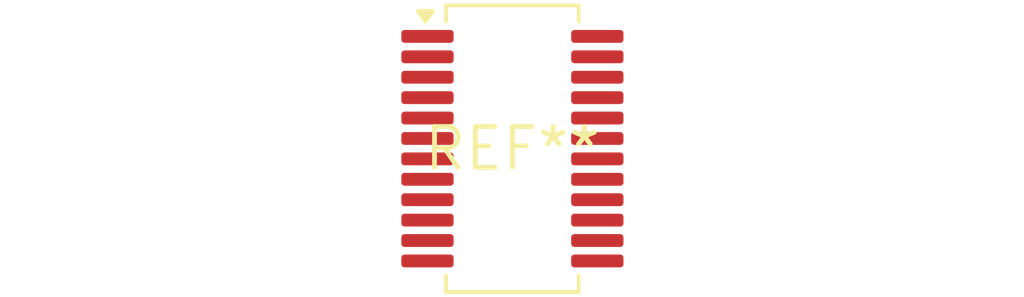
<source format=kicad_pcb>
(kicad_pcb (version 20240108) (generator pcbnew)
  (layers (0 "F.Cu" signal) (31 "B.Cu" signal) (34 "B.Paste" user) (35 "F.Paste" user) (36 "B.SilkS" user "B.Silkscreen") (37 "F.SilkS" user "F.Silkscreen") (38 "B.Mask" user) (39 "F.Mask" user) (44 "Edge.Cuts" user))
  (net 0 "")
  (footprint "QSOP-24_3.9x8.7mm_P0.635mm" (layer "F.Cu") (at 0 0)
    (property "Reference" "REF**")
    (property "Value" "QSOP-24_3.9x8.7mm_P0.635mm")
    (fp_line (start -2.06 -4.46) (end -2.06 -3.9525) (layer "F.SilkS") (stroke (width 0.12)))
    (fp_line (start -2.06 4.46) (end -2.06 3.9525) (layer "F.SilkS") (stroke (width 0.12)))
    (fp_line (start 0 -4.46) (end -2.06 -4.46) (layer "F.SilkS") (stroke (width 0.12)))
    (fp_line (start 0 -4.46) (end 2.06 -4.46) (layer "F.SilkS") (stroke (width 0.12)))
    (fp_line (start 0 4.46) (end -2.06 4.46) (layer "F.SilkS") (stroke (width 0.12)))
    (fp_line (start 0 4.46) (end 2.06 4.46) (layer "F.SilkS") (stroke (width 0.12)))
    (fp_line (start 2.06 -4.46) (end 2.06 -3.9525) (layer "F.SilkS") (stroke (width 0.12)))
    (fp_line (start 2.06 4.46) (end 2.06 3.9525) (layer "F.SilkS") (stroke (width 0.12)))
    (fp_poly (pts (xy -2.7 -3.9525) (xy -2.94 -4.2825) (xy -2.46 -4.2825) (xy -2.7 -3.9525)) (layer "F.SilkS") (stroke (width 0.12)) (fill solid))
    (pad "1" smd roundrect (at -2.6375 -3.4925) (size 1.625 0.4) (layers "F.Cu" "F.Paste" "F.Mask"))
    (pad "2" smd roundrect (at -2.6375 -2.8575) (size 1.625 0.4) (layers "F.Cu" "F.Paste" "F.Mask"))
    (pad "3" smd roundrect (at -2.6375 -2.2225) (size 1.625 0.4) (layers "F.Cu" "F.Paste" "F.Mask"))
    (pad "4" smd roundrect (at -2.6375 -1.5875) (size 1.625 0.4) (layers "F.Cu" "F.Paste" "F.Mask"))
    (pad "5" smd roundrect (at -2.6375 -0.9525) (size 1.625 0.4) (layers "F.Cu" "F.Paste" "F.Mask"))
    (pad "6" smd roundrect (at -2.6375 -0.3175) (size 1.625 0.4) (layers "F.Cu" "F.Paste" "F.Mask"))
    (pad "7" smd roundrect (at -2.6375 0.3175) (size 1.625 0.4) (layers "F.Cu" "F.Paste" "F.Mask"))
    (pad "8" smd roundrect (at -2.6375 0.9525) (size 1.625 0.4) (layers "F.Cu" "F.Paste" "F.Mask"))
    (pad "9" smd roundrect (at -2.6375 1.5875) (size 1.625 0.4) (layers "F.Cu" "F.Paste" "F.Mask"))
    (pad "10" smd roundrect (at -2.6375 2.2225) (size 1.625 0.4) (layers "F.Cu" "F.Paste" "F.Mask"))
    (pad "11" smd roundrect (at -2.6375 2.8575) (size 1.625 0.4) (layers "F.Cu" "F.Paste" "F.Mask"))
    (pad "12" smd roundrect (at -2.6375 3.4925) (size 1.625 0.4) (layers "F.Cu" "F.Paste" "F.Mask"))
    (pad "13" smd roundrect (at 2.6375 3.4925) (size 1.625 0.4) (layers "F.Cu" "F.Paste" "F.Mask"))
    (pad "14" smd roundrect (at 2.6375 2.8575) (size 1.625 0.4) (layers "F.Cu" "F.Paste" "F.Mask"))
    (pad "15" smd roundrect (at 2.6375 2.2225) (size 1.625 0.4) (layers "F.Cu" "F.Paste" "F.Mask"))
    (pad "16" smd roundrect (at 2.6375 1.5875) (size 1.625 0.4) (layers "F.Cu" "F.Paste" "F.Mask"))
    (pad "17" smd roundrect (at 2.6375 0.9525) (size 1.625 0.4) (layers "F.Cu" "F.Paste" "F.Mask"))
    (pad "18" smd roundrect (at 2.6375 0.3175) (size 1.625 0.4) (layers "F.Cu" "F.Paste" "F.Mask"))
    (pad "19" smd roundrect (at 2.6375 -0.3175) (size 1.625 0.4) (layers "F.Cu" "F.Paste" "F.Mask"))
    (pad "20" smd roundrect (at 2.6375 -0.9525) (size 1.625 0.4) (layers "F.Cu" "F.Paste" "F.Mask"))
    (pad "21" smd roundrect (at 2.6375 -1.5875) (size 1.625 0.4) (layers "F.Cu" "F.Paste" "F.Mask"))
    (pad "22" smd roundrect (at 2.6375 -2.2225) (size 1.625 0.4) (layers "F.Cu" "F.Paste" "F.Mask"))
    (pad "23" smd roundrect (at 2.6375 -2.8575) (size 1.625 0.4) (layers "F.Cu" "F.Paste" "F.Mask"))
    (pad "24" smd roundrect (at 2.6375 -3.4925) (size 1.625 0.4) (layers "F.Cu" "F.Paste" "F.Mask"))
  )
)
</source>
